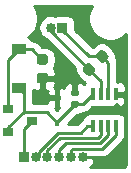
<source format=gbr>
G04 #@! TF.GenerationSoftware,KiCad,Pcbnew,(5.1.6)-1*
G04 #@! TF.CreationDate,2020-12-13T22:38:14+01:00*
G04 #@! TF.ProjectId,RS485,52533438-352e-46b6-9963-61645f706362,rev?*
G04 #@! TF.SameCoordinates,Original*
G04 #@! TF.FileFunction,Copper,L1,Top*
G04 #@! TF.FilePolarity,Positive*
%FSLAX46Y46*%
G04 Gerber Fmt 4.6, Leading zero omitted, Abs format (unit mm)*
G04 Created by KiCad (PCBNEW (5.1.6)-1) date 2020-12-13 22:38:14*
%MOMM*%
%LPD*%
G01*
G04 APERTURE LIST*
G04 #@! TA.AperFunction,SMDPad,CuDef*
%ADD10R,1.200000X0.900000*%
G04 #@! TD*
G04 #@! TA.AperFunction,SMDPad,CuDef*
%ADD11R,0.431000X0.973699*%
G04 #@! TD*
G04 #@! TA.AperFunction,SMDPad,CuDef*
%ADD12R,0.450000X0.600000*%
G04 #@! TD*
G04 #@! TA.AperFunction,SMDPad,CuDef*
%ADD13R,0.900000X0.800000*%
G04 #@! TD*
G04 #@! TA.AperFunction,ComponentPad*
%ADD14O,0.850000X0.850000*%
G04 #@! TD*
G04 #@! TA.AperFunction,ComponentPad*
%ADD15R,0.850000X0.850000*%
G04 #@! TD*
G04 #@! TA.AperFunction,Conductor*
%ADD16C,0.250000*%
G04 #@! TD*
G04 #@! TA.AperFunction,Conductor*
%ADD17C,0.254000*%
G04 #@! TD*
G04 APERTURE END LIST*
D10*
X150250000Y-84350000D03*
X150250000Y-87650000D03*
D11*
X156525001Y-88136851D03*
X157174999Y-88136851D03*
X157825001Y-88136851D03*
X158474999Y-88136851D03*
X158474999Y-90863149D03*
X157825001Y-90863149D03*
X157174999Y-90863149D03*
X156525001Y-90863149D03*
D12*
X153500000Y-88450000D03*
X153500000Y-90550000D03*
G04 #@! TA.AperFunction,SMDPad,CuDef*
G36*
G01*
X151993750Y-84775000D02*
X152506250Y-84775000D01*
G75*
G02*
X152725000Y-84993750I0J-218750D01*
G01*
X152725000Y-85431250D01*
G75*
G02*
X152506250Y-85650000I-218750J0D01*
G01*
X151993750Y-85650000D01*
G75*
G02*
X151775000Y-85431250I0J218750D01*
G01*
X151775000Y-84993750D01*
G75*
G02*
X151993750Y-84775000I218750J0D01*
G01*
G37*
G04 #@! TD.AperFunction*
G04 #@! TA.AperFunction,SMDPad,CuDef*
G36*
G01*
X151993750Y-86350000D02*
X152506250Y-86350000D01*
G75*
G02*
X152725000Y-86568750I0J-218750D01*
G01*
X152725000Y-87006250D01*
G75*
G02*
X152506250Y-87225000I-218750J0D01*
G01*
X151993750Y-87225000D01*
G75*
G02*
X151775000Y-87006250I0J218750D01*
G01*
X151775000Y-86568750D01*
G75*
G02*
X151993750Y-86350000I218750J0D01*
G01*
G37*
G04 #@! TD.AperFunction*
D13*
X149375000Y-89425000D03*
X149375000Y-91325000D03*
X151375000Y-90375000D03*
G04 #@! TA.AperFunction,SMDPad,CuDef*
G36*
G01*
X157178684Y-85433708D02*
X156816291Y-85071316D01*
G75*
G02*
X156816291Y-84761956I154680J154680D01*
G01*
X157125650Y-84452597D01*
G75*
G02*
X157435010Y-84452597I154680J-154680D01*
G01*
X157797403Y-84814990D01*
G75*
G02*
X157797403Y-85124350I-154680J-154680D01*
G01*
X157488044Y-85433709D01*
G75*
G02*
X157178684Y-85433709I-154680J154680D01*
G01*
G37*
G04 #@! TD.AperFunction*
G04 #@! TA.AperFunction,SMDPad,CuDef*
G36*
G01*
X156064990Y-86547402D02*
X155702597Y-86185010D01*
G75*
G02*
X155702597Y-85875650I154680J154680D01*
G01*
X156011956Y-85566291D01*
G75*
G02*
X156321316Y-85566291I154680J-154680D01*
G01*
X156683709Y-85928684D01*
G75*
G02*
X156683709Y-86238044I-154680J-154680D01*
G01*
X156374350Y-86547403D01*
G75*
G02*
X156064990Y-86547403I-154680J154680D01*
G01*
G37*
G04 #@! TD.AperFunction*
G04 #@! TA.AperFunction,SMDPad,CuDef*
G36*
G01*
X154827500Y-88690000D02*
X155172500Y-88690000D01*
G75*
G02*
X155320000Y-88837500I0J-147500D01*
G01*
X155320000Y-89132500D01*
G75*
G02*
X155172500Y-89280000I-147500J0D01*
G01*
X154827500Y-89280000D01*
G75*
G02*
X154680000Y-89132500I0J147500D01*
G01*
X154680000Y-88837500D01*
G75*
G02*
X154827500Y-88690000I147500J0D01*
G01*
G37*
G04 #@! TD.AperFunction*
G04 #@! TA.AperFunction,SMDPad,CuDef*
G36*
G01*
X154827500Y-87720000D02*
X155172500Y-87720000D01*
G75*
G02*
X155320000Y-87867500I0J-147500D01*
G01*
X155320000Y-88162500D01*
G75*
G02*
X155172500Y-88310000I-147500J0D01*
G01*
X154827500Y-88310000D01*
G75*
G02*
X154680000Y-88162500I0J147500D01*
G01*
X154680000Y-87867500D01*
G75*
G02*
X154827500Y-87720000I147500J0D01*
G01*
G37*
G04 #@! TD.AperFunction*
D14*
X155675000Y-93500000D03*
X154675000Y-93500000D03*
X153675000Y-93500000D03*
X152675000Y-93500000D03*
X151675000Y-93500000D03*
D15*
X150675000Y-93500000D03*
D14*
X152950000Y-82500000D03*
D15*
X153950000Y-82500000D03*
D16*
X150675000Y-91075000D02*
X151375000Y-90375000D01*
X150675000Y-93500000D02*
X150675000Y-91075000D01*
X158930925Y-88136851D02*
X158474999Y-88136851D01*
X159250000Y-88455926D02*
X158930925Y-88136851D01*
X159250000Y-92000000D02*
X159250000Y-88455926D01*
X155675000Y-93500000D02*
X157750000Y-93500000D01*
X157750000Y-93500000D02*
X159250000Y-92000000D01*
X154675000Y-92898960D02*
X154675000Y-93500000D01*
X157324998Y-92749999D02*
X154823961Y-92749999D01*
X154823961Y-92749999D02*
X154675000Y-92898960D01*
X158474999Y-91599998D02*
X157324998Y-92749999D01*
X158474999Y-90863149D02*
X158474999Y-91599998D01*
X153675000Y-92898960D02*
X153675000Y-93500000D01*
X154273970Y-92299990D02*
X153675000Y-92898960D01*
X157125010Y-92299989D02*
X154273970Y-92299990D01*
X157825001Y-91599998D02*
X157125010Y-92299989D01*
X157825001Y-90863149D02*
X157825001Y-91599998D01*
X152675000Y-92898960D02*
X152675000Y-93500000D01*
X153723979Y-91849981D02*
X152675000Y-92898960D01*
X157174999Y-91599998D02*
X156925016Y-91849981D01*
X156925016Y-91849981D02*
X153723979Y-91849981D01*
X157174999Y-90863149D02*
X157174999Y-91599998D01*
X151924999Y-93250001D02*
X151675000Y-93500000D01*
X156525001Y-90863149D02*
X156059501Y-90863149D01*
X156059501Y-90863149D02*
X155522679Y-91399971D01*
X155522679Y-91399971D02*
X153537578Y-91399972D01*
X151924999Y-93012551D02*
X151924999Y-93250001D01*
X153537578Y-91399972D02*
X151924999Y-93012551D01*
X157750000Y-85386306D02*
X157306847Y-84943153D01*
X157825001Y-88136851D02*
X157825001Y-85461307D01*
X157825001Y-85461307D02*
X157750000Y-85386306D01*
X157306847Y-84943153D02*
X156193153Y-84943153D01*
X153950000Y-82700000D02*
X153950000Y-82500000D01*
X156193153Y-84943153D02*
X153950000Y-82700000D01*
X157174999Y-87038693D02*
X156193153Y-86056847D01*
X157174999Y-88136851D02*
X157174999Y-87038693D01*
X152950000Y-82813694D02*
X152950000Y-82500000D01*
X156193153Y-86056847D02*
X152950000Y-82813694D01*
X150664999Y-89649999D02*
X152599999Y-89649999D01*
X149375000Y-90939998D02*
X150664999Y-89649999D01*
X152599999Y-89649999D02*
X153500000Y-90550000D01*
X149375000Y-91325000D02*
X149375000Y-90939998D01*
X150664999Y-88064999D02*
X150250000Y-87650000D01*
X150664999Y-89649999D02*
X150664999Y-88064999D01*
X153500000Y-90485000D02*
X155000000Y-88985000D01*
X153500000Y-90550000D02*
X153500000Y-90485000D01*
X155676852Y-88985000D02*
X156525001Y-88136851D01*
X155000000Y-88985000D02*
X155676852Y-88985000D01*
X149324999Y-85275001D02*
X150250000Y-84350000D01*
X149324999Y-89374999D02*
X149324999Y-85275001D01*
X149375000Y-89425000D02*
X149324999Y-89374999D01*
X151387500Y-84350000D02*
X152250000Y-85212500D01*
X150250000Y-84350000D02*
X151387500Y-84350000D01*
D17*
G36*
X156329534Y-80857118D02*
G01*
X156187439Y-81200166D01*
X156115000Y-81564344D01*
X156115000Y-81935656D01*
X156187439Y-82299834D01*
X156329534Y-82642882D01*
X156535825Y-82951618D01*
X156798382Y-83214175D01*
X157107118Y-83420466D01*
X157450166Y-83562561D01*
X157814344Y-83635000D01*
X158185656Y-83635000D01*
X158549834Y-83562561D01*
X158892882Y-83420466D01*
X159201618Y-83214175D01*
X159340001Y-83075792D01*
X159340000Y-93967721D01*
X159330420Y-94065424D01*
X159311420Y-94128357D01*
X159280554Y-94186406D01*
X159239011Y-94237343D01*
X159188356Y-94279248D01*
X159130529Y-94310515D01*
X159067728Y-94329956D01*
X158972165Y-94340000D01*
X156314869Y-94340000D01*
X156361571Y-94307609D01*
X156505936Y-94158148D01*
X156618368Y-93983394D01*
X156694547Y-93790064D01*
X156568623Y-93627002D01*
X156735000Y-93627002D01*
X156735000Y-93509999D01*
X157287676Y-93509999D01*
X157324998Y-93513675D01*
X157362320Y-93509999D01*
X157362331Y-93509999D01*
X157473984Y-93499002D01*
X157617245Y-93455545D01*
X157749274Y-93384973D01*
X157864999Y-93290000D01*
X157888802Y-93260996D01*
X158986002Y-92163797D01*
X159015000Y-92139999D01*
X159064655Y-92079494D01*
X159109973Y-92024275D01*
X159180545Y-91892245D01*
X159193365Y-91849981D01*
X159224002Y-91748984D01*
X159230044Y-91687640D01*
X159280001Y-91594178D01*
X159316311Y-91474480D01*
X159328571Y-91349998D01*
X159328571Y-90376300D01*
X159316311Y-90251818D01*
X159280001Y-90132120D01*
X159221036Y-90021806D01*
X159141684Y-89925115D01*
X159044993Y-89845763D01*
X158934679Y-89786798D01*
X158814981Y-89750488D01*
X158690499Y-89738228D01*
X158259499Y-89738228D01*
X158150000Y-89749012D01*
X158040501Y-89738228D01*
X157609501Y-89738228D01*
X157500000Y-89749013D01*
X157390499Y-89738228D01*
X156959499Y-89738228D01*
X156850000Y-89749012D01*
X156740501Y-89738228D01*
X156309501Y-89738228D01*
X156185019Y-89750488D01*
X156065321Y-89786798D01*
X155955007Y-89845763D01*
X155858316Y-89925115D01*
X155778964Y-90021806D01*
X155719999Y-90132120D01*
X155701628Y-90192681D01*
X155635224Y-90228175D01*
X155566016Y-90284973D01*
X155519500Y-90323148D01*
X155495701Y-90352147D01*
X155207877Y-90639971D01*
X154419829Y-90639972D01*
X155141730Y-89918072D01*
X155172500Y-89918072D01*
X155325757Y-89902977D01*
X155473125Y-89858274D01*
X155608940Y-89785679D01*
X155656474Y-89746669D01*
X155676852Y-89748676D01*
X155714174Y-89745000D01*
X155714185Y-89745000D01*
X155825838Y-89734003D01*
X155969099Y-89690546D01*
X156101128Y-89619974D01*
X156216853Y-89525001D01*
X156240655Y-89495998D01*
X156474881Y-89261772D01*
X156740501Y-89261772D01*
X156850000Y-89250988D01*
X156959499Y-89261772D01*
X157390499Y-89261772D01*
X157500000Y-89250987D01*
X157609501Y-89261772D01*
X158040501Y-89261772D01*
X158154732Y-89250522D01*
X158227749Y-89258700D01*
X158268268Y-89218181D01*
X158284681Y-89213202D01*
X158394995Y-89154237D01*
X158491686Y-89074885D01*
X158563499Y-88987380D01*
X158563499Y-89099950D01*
X158722249Y-89258700D01*
X158827305Y-89246933D01*
X158946263Y-89208269D01*
X159055393Y-89147139D01*
X159150499Y-89065894D01*
X159227928Y-88967656D01*
X159284704Y-88856200D01*
X159318645Y-88735809D01*
X159328447Y-88611109D01*
X159325499Y-88422601D01*
X159166749Y-88263851D01*
X158678573Y-88263851D01*
X158678573Y-88009851D01*
X159166749Y-88009851D01*
X159325499Y-87851101D01*
X159328447Y-87662593D01*
X159318645Y-87537893D01*
X159284704Y-87417502D01*
X159227928Y-87306046D01*
X159150499Y-87207808D01*
X159055393Y-87126563D01*
X158946263Y-87065433D01*
X158827305Y-87026769D01*
X158722249Y-87015002D01*
X158602001Y-87135250D01*
X158602001Y-87015002D01*
X158585001Y-87015002D01*
X158585001Y-85498629D01*
X158588677Y-85461306D01*
X158585001Y-85423984D01*
X158585001Y-85423974D01*
X158574004Y-85312321D01*
X158530547Y-85169060D01*
X158487786Y-85089061D01*
X158499545Y-84969670D01*
X158483081Y-84802512D01*
X158434323Y-84641778D01*
X158355144Y-84493645D01*
X158248588Y-84363805D01*
X157886195Y-84001412D01*
X157756355Y-83894856D01*
X157608222Y-83815677D01*
X157447488Y-83766919D01*
X157280330Y-83750455D01*
X157113172Y-83766919D01*
X156952438Y-83815677D01*
X156804305Y-83894856D01*
X156674465Y-84001412D01*
X156500340Y-84175537D01*
X155013072Y-82688271D01*
X155013072Y-82075000D01*
X155000812Y-81950518D01*
X154964502Y-81830820D01*
X154905537Y-81720506D01*
X154826185Y-81623815D01*
X154729494Y-81544463D01*
X154619180Y-81485498D01*
X154499482Y-81449188D01*
X154375000Y-81436928D01*
X153525000Y-81436928D01*
X153400518Y-81449188D01*
X153280820Y-81485498D01*
X153276397Y-81487862D01*
X153259191Y-81480735D01*
X153054401Y-81440000D01*
X152845599Y-81440000D01*
X152640809Y-81480735D01*
X152447902Y-81560640D01*
X152274289Y-81676644D01*
X152126644Y-81824289D01*
X152010640Y-81997902D01*
X151930735Y-82190809D01*
X151890000Y-82395599D01*
X151890000Y-82604401D01*
X151930735Y-82809191D01*
X152010640Y-83002098D01*
X152126644Y-83175711D01*
X152274289Y-83323356D01*
X152447902Y-83439360D01*
X152538316Y-83476811D01*
X155008648Y-85947144D01*
X155000455Y-86030330D01*
X155016919Y-86197488D01*
X155065677Y-86358222D01*
X155144856Y-86506355D01*
X155251412Y-86636195D01*
X155613805Y-86998588D01*
X155743645Y-87105144D01*
X155882209Y-87179208D01*
X155858316Y-87198817D01*
X155786028Y-87286901D01*
X155771185Y-87268815D01*
X155674494Y-87189463D01*
X155564180Y-87130498D01*
X155444482Y-87094188D01*
X155320000Y-87081928D01*
X155285750Y-87085000D01*
X155127000Y-87243750D01*
X155127000Y-87888000D01*
X155147000Y-87888000D01*
X155147000Y-88051928D01*
X154853000Y-88051928D01*
X154853000Y-87888000D01*
X154873000Y-87888000D01*
X154873000Y-87243750D01*
X154714250Y-87085000D01*
X154680000Y-87081928D01*
X154555518Y-87094188D01*
X154435820Y-87130498D01*
X154325506Y-87189463D01*
X154228815Y-87268815D01*
X154149463Y-87365506D01*
X154090498Y-87475820D01*
X154054188Y-87595518D01*
X154053146Y-87606103D01*
X153984249Y-87566968D01*
X153865524Y-87527594D01*
X153756750Y-87515000D01*
X153598000Y-87673750D01*
X153598000Y-88323000D01*
X153647000Y-88323000D01*
X153647000Y-88577000D01*
X153598000Y-88577000D01*
X153598000Y-89226250D01*
X153640974Y-89269224D01*
X153467500Y-89442699D01*
X153326526Y-89301724D01*
X153402000Y-89226250D01*
X153402000Y-88577000D01*
X152798750Y-88577000D01*
X152640000Y-88735750D01*
X152646196Y-88858357D01*
X152655403Y-88891779D01*
X152637332Y-88889999D01*
X152637321Y-88889999D01*
X152599999Y-88886323D01*
X152562677Y-88889999D01*
X151424999Y-88889999D01*
X151424999Y-88371313D01*
X151439502Y-88344180D01*
X151475812Y-88224482D01*
X151488072Y-88100000D01*
X151488072Y-87791652D01*
X151530820Y-87814502D01*
X151650518Y-87850812D01*
X151775000Y-87863072D01*
X151964250Y-87860000D01*
X152123000Y-87701250D01*
X152123000Y-86914500D01*
X152377000Y-86914500D01*
X152377000Y-87701250D01*
X152535750Y-87860000D01*
X152708651Y-87862807D01*
X152679418Y-87921051D01*
X152646196Y-88041643D01*
X152640000Y-88164250D01*
X152798750Y-88323000D01*
X153402000Y-88323000D01*
X153402000Y-87673750D01*
X153273722Y-87545472D01*
X153314502Y-87469180D01*
X153350812Y-87349482D01*
X153363072Y-87225000D01*
X153360000Y-87073250D01*
X153201250Y-86914500D01*
X152377000Y-86914500D01*
X152123000Y-86914500D01*
X152103000Y-86914500D01*
X152103000Y-86660500D01*
X152123000Y-86660500D01*
X152123000Y-86640500D01*
X152377000Y-86640500D01*
X152377000Y-86660500D01*
X153201250Y-86660500D01*
X153360000Y-86501750D01*
X153363072Y-86350000D01*
X153350812Y-86225518D01*
X153314502Y-86105820D01*
X153255537Y-85995506D01*
X153200900Y-85928930D01*
X153218671Y-85907275D01*
X153297850Y-85759142D01*
X153346608Y-85598408D01*
X153363072Y-85431250D01*
X153363072Y-84993750D01*
X153346608Y-84826592D01*
X153297850Y-84665858D01*
X153218671Y-84517725D01*
X153112115Y-84387885D01*
X152982275Y-84281329D01*
X152834142Y-84202150D01*
X152673408Y-84153392D01*
X152506250Y-84136928D01*
X152249229Y-84136928D01*
X151951303Y-83839002D01*
X151927501Y-83809999D01*
X151811776Y-83715026D01*
X151679747Y-83644454D01*
X151536486Y-83600997D01*
X151424833Y-83590000D01*
X151424822Y-83590000D01*
X151403181Y-83587868D01*
X151380537Y-83545506D01*
X151301185Y-83448815D01*
X151204494Y-83369463D01*
X151094180Y-83310498D01*
X151068926Y-83302837D01*
X151201618Y-83214175D01*
X151464175Y-82951618D01*
X151670466Y-82642882D01*
X151812561Y-82299834D01*
X151885000Y-81935656D01*
X151885000Y-81564344D01*
X151812561Y-81200166D01*
X151670466Y-80857118D01*
X151538756Y-80660000D01*
X156461244Y-80660000D01*
X156329534Y-80857118D01*
G37*
X156329534Y-80857118D02*
X156187439Y-81200166D01*
X156115000Y-81564344D01*
X156115000Y-81935656D01*
X156187439Y-82299834D01*
X156329534Y-82642882D01*
X156535825Y-82951618D01*
X156798382Y-83214175D01*
X157107118Y-83420466D01*
X157450166Y-83562561D01*
X157814344Y-83635000D01*
X158185656Y-83635000D01*
X158549834Y-83562561D01*
X158892882Y-83420466D01*
X159201618Y-83214175D01*
X159340001Y-83075792D01*
X159340000Y-93967721D01*
X159330420Y-94065424D01*
X159311420Y-94128357D01*
X159280554Y-94186406D01*
X159239011Y-94237343D01*
X159188356Y-94279248D01*
X159130529Y-94310515D01*
X159067728Y-94329956D01*
X158972165Y-94340000D01*
X156314869Y-94340000D01*
X156361571Y-94307609D01*
X156505936Y-94158148D01*
X156618368Y-93983394D01*
X156694547Y-93790064D01*
X156568623Y-93627002D01*
X156735000Y-93627002D01*
X156735000Y-93509999D01*
X157287676Y-93509999D01*
X157324998Y-93513675D01*
X157362320Y-93509999D01*
X157362331Y-93509999D01*
X157473984Y-93499002D01*
X157617245Y-93455545D01*
X157749274Y-93384973D01*
X157864999Y-93290000D01*
X157888802Y-93260996D01*
X158986002Y-92163797D01*
X159015000Y-92139999D01*
X159064655Y-92079494D01*
X159109973Y-92024275D01*
X159180545Y-91892245D01*
X159193365Y-91849981D01*
X159224002Y-91748984D01*
X159230044Y-91687640D01*
X159280001Y-91594178D01*
X159316311Y-91474480D01*
X159328571Y-91349998D01*
X159328571Y-90376300D01*
X159316311Y-90251818D01*
X159280001Y-90132120D01*
X159221036Y-90021806D01*
X159141684Y-89925115D01*
X159044993Y-89845763D01*
X158934679Y-89786798D01*
X158814981Y-89750488D01*
X158690499Y-89738228D01*
X158259499Y-89738228D01*
X158150000Y-89749012D01*
X158040501Y-89738228D01*
X157609501Y-89738228D01*
X157500000Y-89749013D01*
X157390499Y-89738228D01*
X156959499Y-89738228D01*
X156850000Y-89749012D01*
X156740501Y-89738228D01*
X156309501Y-89738228D01*
X156185019Y-89750488D01*
X156065321Y-89786798D01*
X155955007Y-89845763D01*
X155858316Y-89925115D01*
X155778964Y-90021806D01*
X155719999Y-90132120D01*
X155701628Y-90192681D01*
X155635224Y-90228175D01*
X155566016Y-90284973D01*
X155519500Y-90323148D01*
X155495701Y-90352147D01*
X155207877Y-90639971D01*
X154419829Y-90639972D01*
X155141730Y-89918072D01*
X155172500Y-89918072D01*
X155325757Y-89902977D01*
X155473125Y-89858274D01*
X155608940Y-89785679D01*
X155656474Y-89746669D01*
X155676852Y-89748676D01*
X155714174Y-89745000D01*
X155714185Y-89745000D01*
X155825838Y-89734003D01*
X155969099Y-89690546D01*
X156101128Y-89619974D01*
X156216853Y-89525001D01*
X156240655Y-89495998D01*
X156474881Y-89261772D01*
X156740501Y-89261772D01*
X156850000Y-89250988D01*
X156959499Y-89261772D01*
X157390499Y-89261772D01*
X157500000Y-89250987D01*
X157609501Y-89261772D01*
X158040501Y-89261772D01*
X158154732Y-89250522D01*
X158227749Y-89258700D01*
X158268268Y-89218181D01*
X158284681Y-89213202D01*
X158394995Y-89154237D01*
X158491686Y-89074885D01*
X158563499Y-88987380D01*
X158563499Y-89099950D01*
X158722249Y-89258700D01*
X158827305Y-89246933D01*
X158946263Y-89208269D01*
X159055393Y-89147139D01*
X159150499Y-89065894D01*
X159227928Y-88967656D01*
X159284704Y-88856200D01*
X159318645Y-88735809D01*
X159328447Y-88611109D01*
X159325499Y-88422601D01*
X159166749Y-88263851D01*
X158678573Y-88263851D01*
X158678573Y-88009851D01*
X159166749Y-88009851D01*
X159325499Y-87851101D01*
X159328447Y-87662593D01*
X159318645Y-87537893D01*
X159284704Y-87417502D01*
X159227928Y-87306046D01*
X159150499Y-87207808D01*
X159055393Y-87126563D01*
X158946263Y-87065433D01*
X158827305Y-87026769D01*
X158722249Y-87015002D01*
X158602001Y-87135250D01*
X158602001Y-87015002D01*
X158585001Y-87015002D01*
X158585001Y-85498629D01*
X158588677Y-85461306D01*
X158585001Y-85423984D01*
X158585001Y-85423974D01*
X158574004Y-85312321D01*
X158530547Y-85169060D01*
X158487786Y-85089061D01*
X158499545Y-84969670D01*
X158483081Y-84802512D01*
X158434323Y-84641778D01*
X158355144Y-84493645D01*
X158248588Y-84363805D01*
X157886195Y-84001412D01*
X157756355Y-83894856D01*
X157608222Y-83815677D01*
X157447488Y-83766919D01*
X157280330Y-83750455D01*
X157113172Y-83766919D01*
X156952438Y-83815677D01*
X156804305Y-83894856D01*
X156674465Y-84001412D01*
X156500340Y-84175537D01*
X155013072Y-82688271D01*
X155013072Y-82075000D01*
X155000812Y-81950518D01*
X154964502Y-81830820D01*
X154905537Y-81720506D01*
X154826185Y-81623815D01*
X154729494Y-81544463D01*
X154619180Y-81485498D01*
X154499482Y-81449188D01*
X154375000Y-81436928D01*
X153525000Y-81436928D01*
X153400518Y-81449188D01*
X153280820Y-81485498D01*
X153276397Y-81487862D01*
X153259191Y-81480735D01*
X153054401Y-81440000D01*
X152845599Y-81440000D01*
X152640809Y-81480735D01*
X152447902Y-81560640D01*
X152274289Y-81676644D01*
X152126644Y-81824289D01*
X152010640Y-81997902D01*
X151930735Y-82190809D01*
X151890000Y-82395599D01*
X151890000Y-82604401D01*
X151930735Y-82809191D01*
X152010640Y-83002098D01*
X152126644Y-83175711D01*
X152274289Y-83323356D01*
X152447902Y-83439360D01*
X152538316Y-83476811D01*
X155008648Y-85947144D01*
X155000455Y-86030330D01*
X155016919Y-86197488D01*
X155065677Y-86358222D01*
X155144856Y-86506355D01*
X155251412Y-86636195D01*
X155613805Y-86998588D01*
X155743645Y-87105144D01*
X155882209Y-87179208D01*
X155858316Y-87198817D01*
X155786028Y-87286901D01*
X155771185Y-87268815D01*
X155674494Y-87189463D01*
X155564180Y-87130498D01*
X155444482Y-87094188D01*
X155320000Y-87081928D01*
X155285750Y-87085000D01*
X155127000Y-87243750D01*
X155127000Y-87888000D01*
X155147000Y-87888000D01*
X155147000Y-88051928D01*
X154853000Y-88051928D01*
X154853000Y-87888000D01*
X154873000Y-87888000D01*
X154873000Y-87243750D01*
X154714250Y-87085000D01*
X154680000Y-87081928D01*
X154555518Y-87094188D01*
X154435820Y-87130498D01*
X154325506Y-87189463D01*
X154228815Y-87268815D01*
X154149463Y-87365506D01*
X154090498Y-87475820D01*
X154054188Y-87595518D01*
X154053146Y-87606103D01*
X153984249Y-87566968D01*
X153865524Y-87527594D01*
X153756750Y-87515000D01*
X153598000Y-87673750D01*
X153598000Y-88323000D01*
X153647000Y-88323000D01*
X153647000Y-88577000D01*
X153598000Y-88577000D01*
X153598000Y-89226250D01*
X153640974Y-89269224D01*
X153467500Y-89442699D01*
X153326526Y-89301724D01*
X153402000Y-89226250D01*
X153402000Y-88577000D01*
X152798750Y-88577000D01*
X152640000Y-88735750D01*
X152646196Y-88858357D01*
X152655403Y-88891779D01*
X152637332Y-88889999D01*
X152637321Y-88889999D01*
X152599999Y-88886323D01*
X152562677Y-88889999D01*
X151424999Y-88889999D01*
X151424999Y-88371313D01*
X151439502Y-88344180D01*
X151475812Y-88224482D01*
X151488072Y-88100000D01*
X151488072Y-87791652D01*
X151530820Y-87814502D01*
X151650518Y-87850812D01*
X151775000Y-87863072D01*
X151964250Y-87860000D01*
X152123000Y-87701250D01*
X152123000Y-86914500D01*
X152377000Y-86914500D01*
X152377000Y-87701250D01*
X152535750Y-87860000D01*
X152708651Y-87862807D01*
X152679418Y-87921051D01*
X152646196Y-88041643D01*
X152640000Y-88164250D01*
X152798750Y-88323000D01*
X153402000Y-88323000D01*
X153402000Y-87673750D01*
X153273722Y-87545472D01*
X153314502Y-87469180D01*
X153350812Y-87349482D01*
X153363072Y-87225000D01*
X153360000Y-87073250D01*
X153201250Y-86914500D01*
X152377000Y-86914500D01*
X152123000Y-86914500D01*
X152103000Y-86914500D01*
X152103000Y-86660500D01*
X152123000Y-86660500D01*
X152123000Y-86640500D01*
X152377000Y-86640500D01*
X152377000Y-86660500D01*
X153201250Y-86660500D01*
X153360000Y-86501750D01*
X153363072Y-86350000D01*
X153350812Y-86225518D01*
X153314502Y-86105820D01*
X153255537Y-85995506D01*
X153200900Y-85928930D01*
X153218671Y-85907275D01*
X153297850Y-85759142D01*
X153346608Y-85598408D01*
X153363072Y-85431250D01*
X153363072Y-84993750D01*
X153346608Y-84826592D01*
X153297850Y-84665858D01*
X153218671Y-84517725D01*
X153112115Y-84387885D01*
X152982275Y-84281329D01*
X152834142Y-84202150D01*
X152673408Y-84153392D01*
X152506250Y-84136928D01*
X152249229Y-84136928D01*
X151951303Y-83839002D01*
X151927501Y-83809999D01*
X151811776Y-83715026D01*
X151679747Y-83644454D01*
X151536486Y-83600997D01*
X151424833Y-83590000D01*
X151424822Y-83590000D01*
X151403181Y-83587868D01*
X151380537Y-83545506D01*
X151301185Y-83448815D01*
X151204494Y-83369463D01*
X151094180Y-83310498D01*
X151068926Y-83302837D01*
X151201618Y-83214175D01*
X151464175Y-82951618D01*
X151670466Y-82642882D01*
X151812561Y-82299834D01*
X151885000Y-81935656D01*
X151885000Y-81564344D01*
X151812561Y-81200166D01*
X151670466Y-80857118D01*
X151538756Y-80660000D01*
X156461244Y-80660000D01*
X156329534Y-80857118D01*
G36*
X155822000Y-93627000D02*
G01*
X155802000Y-93627000D01*
X155802000Y-93647000D01*
X155726527Y-93647000D01*
X155735000Y-93604401D01*
X155735000Y-93509999D01*
X155822000Y-93509999D01*
X155822000Y-93627000D01*
G37*
X155822000Y-93627000D02*
X155802000Y-93627000D01*
X155802000Y-93647000D01*
X155726527Y-93647000D01*
X155735000Y-93604401D01*
X155735000Y-93509999D01*
X155822000Y-93509999D01*
X155822000Y-93627000D01*
M02*

</source>
